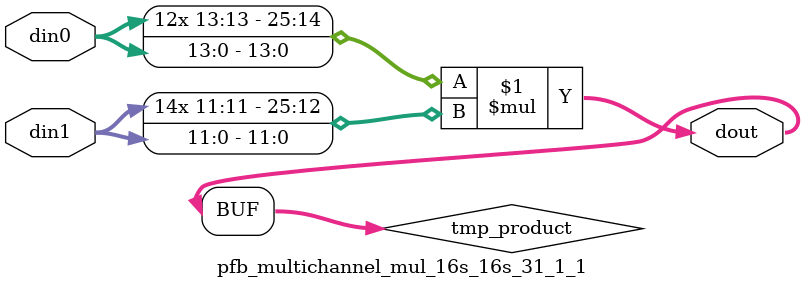
<source format=v>

`timescale 1 ns / 1 ps

  module pfb_multichannel_mul_16s_16s_31_1_1(din0, din1, dout);
parameter ID = 1;
parameter NUM_STAGE = 0;
parameter din0_WIDTH = 14;
parameter din1_WIDTH = 12;
parameter dout_WIDTH = 26;

input [din0_WIDTH - 1 : 0] din0; 
input [din1_WIDTH - 1 : 0] din1; 
output [dout_WIDTH - 1 : 0] dout;

wire signed [dout_WIDTH - 1 : 0] tmp_product;













assign tmp_product = $signed(din0) * $signed(din1);








assign dout = tmp_product;







endmodule

</source>
